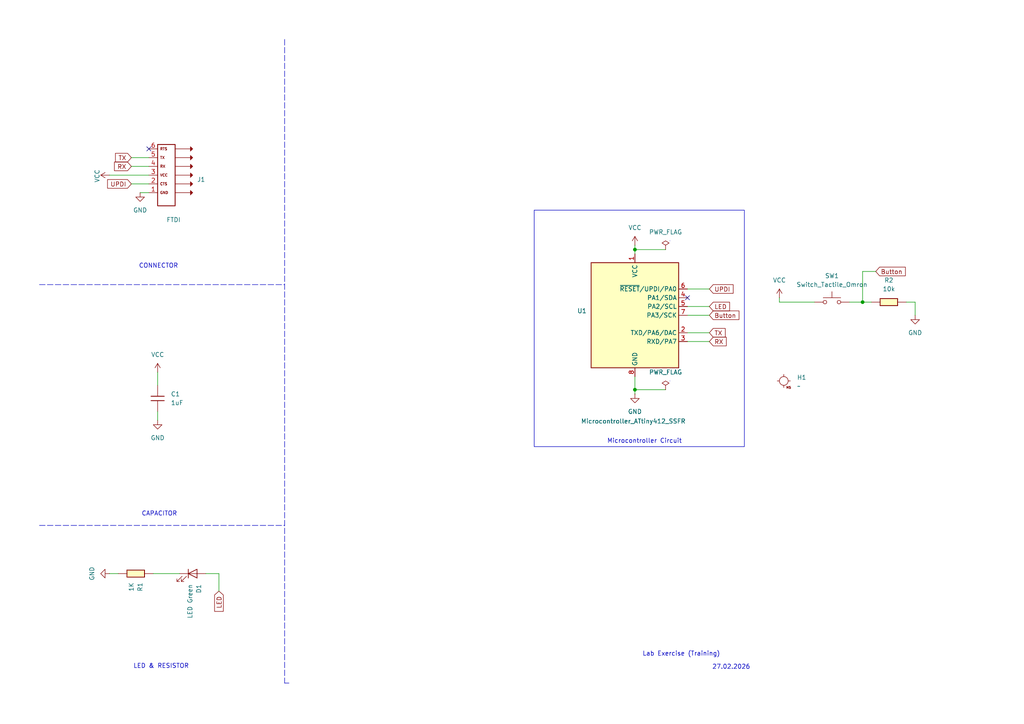
<source format=kicad_sch>
(kicad_sch (version 20250114) (generator "eeschema") (generator_version "9.0")
  (paper "A4")
  (lib_symbols
    (symbol "PCM_fab:C_1206" (pin_numbers (hide yes))
      (property "Reference" "C" (at 0.635 2.54 0))
      (property "Value" "C_1206" (at 0.635 -2.54 0))
      (symbol "C_1206_1_1"
        (polyline (pts (xy -1.905 0.635) (xy 1.905 0.635)) (stroke (width 0.25)))
        (polyline (pts (xy -1.905 -0.635) (xy 1.905 -0.635)) (stroke (width 0.25)))
        (pin passive line (at 0 3.81 270) (length 3.175) (name "~") (number "1"))
        (pin passive line (at 0 -3.81 90) (length 3.175) (name "~") (number "2"))
      )
    )
    (symbol "PCM_fab:Conn_PinHeader_FTDI_1x06_P2.54mm_Horizontal_SMD"
      (property "Reference" "J" (at 0 10.16 0))
      (property "Value" "Conn_PinHeader_FTDI_1x06_P2.54mm_Horizontal_SMD" (at 0 -10.16 0))
      (symbol "Conn_PinHeader_FTDI_1x06_P2.54mm_Horizontal_SMD_0_0"
        (polyline (pts (xy 2.54 5.08) (xy 7.62 5.08)))
        (polyline (pts (xy 2.54 2.54) (xy 7.62 2.54)))
        (polyline (pts (xy 2.54 0) (xy 7.62 0)))
        (polyline (pts (xy 2.54 -2.54) (xy 7.62 -2.54)))
        (polyline (pts (xy 2.54 -5.08) (xy 7.62 -5.08)))
        (polyline (pts (xy 2.54 -7.62) (xy 7.62 -7.62)))
        (polyline (pts (xy 6.985 5.715) (xy 7.62 5.08) (xy 6.985 4.445) (xy 6.985 5.715)) (fill (type outline)))
        (polyline (pts (xy 6.985 3.175) (xy 7.62 2.54) (xy 6.985 1.905) (xy 6.985 3.175)) (fill (type outline)))
        (polyline (pts (xy 6.985 0.635) (xy 7.62 0) (xy 6.985 -0.635) (xy 6.985 0.635)) (fill (type outline)))
        (polyline (pts (xy 6.985 -1.905) (xy 7.62 -2.54) (xy 6.985 -3.175) (xy 6.985 -1.905)) (fill (type outline)))
        (polyline (pts (xy 6.985 -4.445) (xy 7.62 -5.08) (xy 6.985 -5.715) (xy 6.985 -4.445)) (fill (type outline)))
        (polyline (pts (xy 6.985 -6.985) (xy 7.62 -7.62) (xy 6.985 -8.255) (xy 6.985 -6.985)) (fill (type outline)))
        (text "GND" (at -1.905 5.08 0) (effects (font (size 0.75 0.75)) (justify left)))
        (text "CTS" (at -1.905 2.54 0) (effects (font (size 0.75 0.75)) (justify left)))
        (text "VCC" (at -1.905 0 0) (effects (font (size 0.75 0.75)) (justify left)))
        (text "RX" (at -1.905 -2.54 0) (effects (font (size 0.75 0.75)) (justify left)))
        (text "TX" (at -1.905 -5.08 0) (effects (font (size 0.75 0.75)) (justify left)))
        (text "RTS" (at -1.905 -7.62 0) (effects (font (size 0.75 0.75)) (justify left)))
      )
      (symbol "Conn_PinHeader_FTDI_1x06_P2.54mm_Horizontal_SMD_1_0"
        (rectangle (start -2.54 8.89) (end 2.54 -8.89) (stroke (width 0.254)))
      )
      (symbol "Conn_PinHeader_FTDI_1x06_P2.54mm_Horizontal_SMD_1_1"
        (pin passive line (at -5.08 5.08 0) (length 2.54) (name "") (number "1"))
        (pin passive line (at -5.08 2.54 0) (length 2.54) (name "") (number "2"))
        (pin passive line (at -5.08 0 0) (length 2.54) (name "") (number "3"))
        (pin passive line (at -5.08 -2.54 0) (length 2.54) (name "") (number "4"))
        (pin passive line (at -5.08 -5.08 0) (length 2.54) (name "") (number "5"))
        (pin passive line (at -5.08 -7.62 0) (length 2.54) (name "") (number "6"))
      )
    )
    (symbol "PCM_fab:LED_1206" (pin_numbers (hide yes)) (pin_names (offset 1.016) (hide yes))
      (property "Reference" "D" (at 0 2.54 0))
      (property "Value" "LED_1206" (at 0 -2.54 0))
      (symbol "LED_1206_0_1"
        (polyline (pts (xy -3.048 -0.762) (xy -4.572 -2.286) (xy -3.81 -2.286) (xy -4.572 -2.286) (xy -4.572 -1.524)))
        (polyline (pts (xy -1.778 -0.762) (xy -3.302 -2.286) (xy -2.54 -2.286) (xy -3.302 -2.286) (xy -3.302 -1.524)))
        (polyline (pts (xy -1.27 0) (xy 1.27 0)))
        (polyline (pts (xy -1.27 -1.27) (xy -1.27 1.27)) (stroke (width 0.2032)))
        (polyline (pts (xy 1.27 -1.27) (xy 1.27 1.27) (xy -1.27 0) (xy 1.27 -1.27)) (stroke (width 0.2032)))
      )
      (symbol "LED_1206_1_1"
        (pin passive line (at -3.81 0 0) (length 2.54) (name "K") (number "1"))
        (pin passive line (at 3.81 0 180) (length 2.54) (name "A") (number "2"))
      )
    )
    (symbol "PCM_fab:Microcontroller_ATtiny412_SSFR"
      (property "Reference" "U" (at -12.7 17.78 0))
      (property "Value" "Microcontroller_ATtiny412_SSFR" (at 2.54 17.78 0))
      (symbol "Microcontroller_ATtiny412_SSFR_0_1"
        (rectangle (start -12.7 -15.24) (end 12.7 15.24) (stroke (width 0.254)) (fill (type background)))
      )
      (symbol "Microcontroller_ATtiny412_SSFR_1_1"
        (pin power_in line (at 0 17.78 270) (length 2.54) (name "VCC") (number "1"))
        (pin power_in line (at 0 -17.78 90) (length 2.54) (name "GND") (number "8"))
        (pin bidirectional line (at 15.24 7.62 180) (length 2.54) (name "~{RESET}/UPDI/PA0") (number "6"))
        (pin bidirectional line (at 15.24 5.08 180) (length 2.54) (name "PA1/SDA") (number "4"))
        (pin bidirectional line (at 15.24 2.54 180) (length 2.54) (name "PA2/SCL") (number "5"))
        (pin bidirectional line (at 15.24 0 180) (length 2.54) (name "PA3/SCK") (number "7"))
        (pin bidirectional line (at 15.24 -5.08 180) (length 2.54) (name "TXD/PA6/DAC") (number "2"))
        (pin bidirectional line (at 15.24 -7.62 180) (length 2.54) (name "RXD/PA7") (number "3"))
      )
    )
    (symbol "PCM_fab:MountingHole_M5" (pin_numbers (hide yes)) (pin_names (offset 0))
      (property "Reference" "H" (at 0 0 0))
      (symbol "MountingHole_M5_0_1"
        (polyline (pts (xy -1.27 0) (xy -1.905 0)))
        (polyline (pts (xy 0 1.27) (xy 0 1.905)))
        (circle (center 0 0) (radius 1.27))
        (polyline (pts (xy 0 -1.27) (xy 0 -1.905)))
        (polyline (pts (xy 1.27 0) (xy 1.905 0)))
      )
      (symbol "MountingHole_M5_1_1"
        (text "M5" (at 0.635 -1.905 0) (effects (font (size 0.635 0.635)) (justify left)))
      )
    )
    (symbol "PCM_fab:PWR_FLAG" (power) (pin_numbers (hide yes)) (pin_names (offset 0) (hide yes))
      (property "Value" "PWR_FLAG" (at 0 3.81 0))
      (symbol "PWR_FLAG_0_1"
        (polyline (pts (xy 0 0) (xy 0 1.27) (xy -1.016 1.905) (xy 0 2.54) (xy 1.016 1.905) (xy 0 1.27)))
      )
      (symbol "PWR_FLAG_1_0"
        (pin power_out line (at 0 0 90) (length 0) (name "PWR_FLAG") (number "1"))
      )
    )
    (symbol "PCM_fab:R_1206" (pin_numbers (hide yes)) (pin_names (offset 0))
      (property "Reference" "R" (at 2.54 0 90))
      (property "Value" "R_1206" (at -2.54 0 90))
      (symbol "R_1206_0_1"
        (rectangle (start -1.016 -2.54) (end 1.016 2.54) (stroke (width 0.254)) (fill (type background)))
      )
      (symbol "R_1206_1_1"
        (pin passive line (at 0 5.08 270) (length 2.54) (name "~") (number "1"))
        (pin passive line (at 0 -5.08 90) (length 2.54) (name "~") (number "2"))
      )
    )
    (symbol "PCM_fab:Switch_Tactile_Omron" (pin_numbers (hide yes)) (pin_names (offset 1.016) (hide yes))
      (property "Reference" "SW" (at 1.27 2.54 0))
      (property "Value" "Switch_Tactile_Omron" (at 0 -1.524 0))
      (symbol "Switch_Tactile_Omron_0_1"
        (circle (center -2.032 0) (radius 0.508))
        (polyline (pts (xy 0 1.27) (xy 0 3.048)))
        (circle (center 2.032 0) (radius 0.508))
        (polyline (pts (xy 2.54 1.27) (xy -2.54 1.27)))
        (pin passive line (at -5.08 0 0) (length 2.54) (name "1") (number "1"))
        (pin passive line (at 5.08 0 180) (length 2.54) (name "2") (number "2"))
      )
    )
    (symbol "power:GND" (power) (pin_numbers (hide yes)) (pin_names (offset 0) (hide yes))
      (property "Value" "GND" (at 0 -3.81 0))
      (symbol "GND_0_1"
        (polyline (pts (xy 0 0) (xy 0 -1.27) (xy 1.27 -1.27) (xy 0 -2.54) (xy -1.27 -1.27) (xy 0 -1.27)))
      )
      (symbol "GND_1_1"
        (pin power_in line (at 0 0 270) (length 0) (name "~") (number "1"))
      )
    )
    (symbol "power:VCC" (power) (pin_numbers (hide yes)) (pin_names (offset 0) (hide yes))
      (property "Value" "VCC" (at 0 3.556 0))
      (symbol "VCC_0_1"
        (polyline (pts (xy -0.762 1.27) (xy 0 2.54)))
        (polyline (pts (xy 0 2.54) (xy 0.762 1.27)))
        (polyline (pts (xy 0 0) (xy 0 2.54)))
      )
      (symbol "VCC_1_1"
        (pin power_in line (at 0 0 90) (length 0) (name "~") (number "1"))
      )
    )
  )
  (rectangle (start 194.31 110.49) (end 194.31 110.49))
  (rectangle (start 194.31 69.85) (end 194.31 69.85))
  (rectangle (start 154.94 60.96) (end 215.9 129.54))
  (text "CAPACITOR\n" (at 46.228 149.098 0) (effects (font (size 1.27 1.27))))
  (text "Microcontroller Circuit\n" (at 186.944 128.016 0) (effects (font (size 1.27 1.27))))
  (text "CONNECTOR" (at 45.974 77.216 0) (effects (font (size 1.27 1.27))))
  (text "LED & RESISTOR" (at 46.736 193.294 0) (effects (font (size 1.27 1.27))))
  (text "Lab Exercise (Training)" (at 197.612 189.738 0) (effects (font (size 1.27 1.27))))
  (text "27.02.2026" (at 212.09 193.548 0) (effects (font (size 1.27 1.27))))
  (junction (at 184.15 113.03))
  (junction (at 250.19 87.63))
  (junction (at 184.15 72.39))
  (no_connect (at 43.18 43.18))
  (no_connect (at 199.39 86.36))
  (wire (pts (xy 226.06 87.63) (xy 236.22 87.63)))
  (wire (pts (xy 265.43 87.63) (xy 265.43 91.44)))
  (wire (pts (xy 199.39 99.06) (xy 205.74 99.06)))
  (wire (pts (xy 38.1 53.34) (xy 43.18 53.34)))
  (wire (pts (xy 199.39 83.82) (xy 205.74 83.82)))
  (wire (pts (xy 184.15 113.03) (xy 193.04 113.03)))
  (wire (pts (xy 63.5 171.45) (xy 63.5 166.37)))
  (wire (pts (xy 31.75 166.37) (xy 34.29 166.37)))
  (wire (pts (xy 250.19 87.63) (xy 252.73 87.63)))
  (wire (pts (xy 184.15 114.3) (xy 184.15 113.03)))
  (wire (pts (xy 254 78.74) (xy 250.19 78.74)))
  (wire (pts (xy 38.1 45.72) (xy 43.18 45.72)))
  (wire (pts (xy 199.39 91.44) (xy 205.74 91.44)))
  (wire (pts (xy 199.39 88.9) (xy 205.74 88.9)))
  (wire (pts (xy 250.19 78.74) (xy 250.19 87.63)))
  (wire (pts (xy 45.72 121.92) (xy 45.72 119.38)))
  (wire (pts (xy 262.89 87.63) (xy 265.43 87.63)))
  (wire (pts (xy 246.38 87.63) (xy 250.19 87.63)))
  (wire (pts (xy 40.64 55.88) (xy 43.18 55.88)))
  (polyline (pts (xy 11.43 82.55) (xy 82.55 82.55)) (stroke (width 0) (type dash)))
  (polyline (pts (xy 82.55 198.12) (xy 83.82 198.12)))
  (wire (pts (xy 184.15 71.12) (xy 184.15 72.39)))
  (wire (pts (xy 45.72 107.95) (xy 45.72 111.76)))
  (wire (pts (xy 31.75 50.8) (xy 43.18 50.8)))
  (polyline (pts (xy 82.55 11.43) (xy 82.55 198.12)) (stroke (width 0) (type dash)))
  (wire (pts (xy 184.15 113.03) (xy 184.15 109.22)))
  (wire (pts (xy 38.1 48.26) (xy 43.18 48.26)))
  (wire (pts (xy 184.15 72.39) (xy 193.04 72.39)))
  (wire (pts (xy 52.07 166.37) (xy 44.45 166.37)))
  (wire (pts (xy 184.15 72.39) (xy 184.15 73.66)))
  (wire (pts (xy 63.5 166.37) (xy 59.69 166.37)))
  (polyline (pts (xy 11.43 152.4) (xy 82.55 152.4)) (stroke (width 0) (type dash)))
  (wire (pts (xy 226.06 86.36) (xy 226.06 87.63)))
  (wire (pts (xy 199.39 96.52) (xy 205.74 96.52)))
  (global_label "TX" (shape input) (at 38.1 45.72 180) (property "Intersheetrefs" "${INTERSHEET_REFS}" (effects (hide yes))))
  (global_label "Button" (shape input) (at 254 78.74 0) (property "Intersheetrefs" "${INTERSHEET_REFS}" (effects (hide yes))))
  (global_label "LED" (shape input) (at 205.74 88.9 0) (property "Intersheetrefs" "${INTERSHEET_REFS}" (effects (hide yes))))
  (global_label "RX" (shape input) (at 38.1 48.26 180) (property "Intersheetrefs" "${INTERSHEET_REFS}" (effects (hide yes))))
  (global_label "LED" (shape input) (at 63.5 171.45 270) (property "Intersheetrefs" "${INTERSHEET_REFS}" (effects (hide yes))))
  (global_label "UPDI" (shape input) (at 205.74 83.82 0) (property "Intersheetrefs" "${INTERSHEET_REFS}" (effects (hide yes))))
  (global_label "UPDI" (shape input) (at 38.1 53.34 180) (property "Intersheetrefs" "${INTERSHEET_REFS}" (effects (hide yes))))
  (global_label "RX" (shape input) (at 205.74 99.06 0) (property "Intersheetrefs" "${INTERSHEET_REFS}" (effects (hide yes))))
  (global_label "TX" (shape input) (at 205.74 96.52 0) (property "Intersheetrefs" "${INTERSHEET_REFS}" (effects (hide yes))))
  (global_label "Button" (shape input) (at 205.74 91.44 0) (property "Intersheetrefs" "${INTERSHEET_REFS}" (effects (hide yes))))
  (symbol (lib_id "PCM_fab:R_1206") (at 39.37 166.37 270) (unit 1)
    (property "Reference" "R1" (at 40.6401 168.91 0) (effects (justify left)))
    (property "Value" "1K" (at 38.1001 168.91 0) (effects (justify left)))
    (property "Footprint" "PCM_fab:R_1206" (effects (hide yes)))
    (property "Description" "Resistor" (effects (hide yes)))
  )
  (symbol (lib_id "power:GND") (at 31.75 166.37 270) (unit 1)
    (property "Reference" "#PWR03" (effects (hide yes)))
    (property "Value" "GND" (at 26.67 166.37 0))
    (property "Description" "Power symbol creates a global label with name \"GND\" , ground" (effects (hide yes)))
  )
  (symbol (lib_id "power:GND") (at 184.15 114.3 0) (unit 1)
    (property "Reference" "#PWR01" (effects (hide yes)))
    (property "Value" "GND" (at 184.15 119.38 0))
    (property "Description" "Power symbol creates a global label with name \"GND\" , ground" (effects (hide yes)))
  )
  (symbol (lib_id "power:VCC") (at 45.72 107.95 0) (unit 1)
    (property "Reference" "#PWR06" (effects (hide yes)))
    (property "Value" "VCC" (at 45.72 102.87 0))
    (property "Description" "Power symbol creates a global label with name \"VCC\"" (effects (hide yes)))
  )
  (symbol (lib_id "power:GND") (at 40.64 55.88 0) (unit 1)
    (property "Reference" "#PWR04" (effects (hide yes)))
    (property "Value" "GND" (at 40.64 60.96 0))
    (property "Description" "Power symbol creates a global label with name \"GND\" , ground" (effects (hide yes)))
  )
  (symbol (lib_id "PCM_fab:PWR_FLAG") (at 193.04 113.03 0) (unit 1)
    (property "Reference" "#FLG02" (effects (hide yes)))
    (property "Value" "PWR_FLAG" (at 193.04 107.95 0))
    (property "Description" "Special symbol for telling ERC where power comes from" (effects (hide yes)))
  )
  (symbol (lib_id "PCM_fab:Switch_Tactile_Omron") (at 241.3 87.63 0) (unit 1)
    (property "Reference" "SW1" (at 241.3 80.01 0))
    (property "Value" "Switch_Tactile_Omron" (at 241.3 82.55 0))
    (property "Footprint" "PCM_fab:Button_Omron_B3SN_6.0x6.0mm" (effects (hide yes)))
    (property "Datasheet" "https://omronfs.omron.com/en_US/ecb/products/pdf/en-b3sn.pdf" (effects (hide yes)))
    (property "Description" "Push button switch, Omron, B3SN, Sealed Tactile Switch (SMT), SPST-NO Top Actuated Surface Mount" (effects (hide yes)))
  )
  (symbol (lib_id "PCM_fab:C_1206") (at 45.72 115.57 0) (unit 1)
    (property "Reference" "C1" (at 49.53 114.2999 0) (effects (justify left)))
    (property "Value" "1uF" (at 49.53 116.8399 0) (effects (justify left)))
    (property "Footprint" "PCM_fab:C_1206" (effects (hide yes)))
    (property "Datasheet" "https://www.yageo.com/upload/media/product/productsearch/datasheet/mlcc/UPY-GP_NP0_16V-to-50V_18.pdf" (effects (hide yes)))
    (property "Description" "Unpolarized capacitor, SMD, 1206" (effects (hide yes)))
  )
  (symbol (lib_id "PCM_fab:Conn_PinHeader_FTDI_1x06_P2.54mm_Horizontal_SMD") (at 48.26 50.8 0) (mirror x) (unit 1)
    (property "Reference" "J1" (at 57.15 52.0701 0) (effects (justify left)))
    (property "Value" "FTDI" (at 48.26 63.754 0) (effects (justify left)))
    (property "Footprint" "PCM_fab:PinHeader_01x06_P2.54mm_Horizontal_SMD" (effects (hide yes)))
    (property "Description" "FTDI header connector, usually used on the target board side" (effects (hide yes)))
  )
  (symbol (lib_id "power:VCC") (at 184.15 71.12 0) (unit 1)
    (property "Reference" "#PWR05" (effects (hide yes)))
    (property "Value" "VCC" (at 184.15 66.04 0))
    (property "Description" "Power symbol creates a global label with name \"VCC\"" (effects (hide yes)))
  )
  (symbol (lib_id "PCM_fab:LED_1206") (at 55.88 166.37 0) (unit 1)
    (property "Reference" "D1" (at 57.658 169.418 90) (effects (justify right)))
    (property "Value" "LED Green" (at 55.118 169.418 90) (effects (justify right)))
    (property "Footprint" "PCM_fab:LED_1206" (effects (hide yes)))
    (property "Datasheet" "https://optoelectronics.liteon.com/upload/download/DS-22-98-0002/LTST-C150CKT.pdf" (effects (hide yes)))
    (property "Description" "Light emitting diode, Lite-On Inc. LTST, SMD" (effects (hide yes)))
  )
  (symbol (lib_id "power:VCC") (at 226.06 86.36 0) (unit 1)
    (property "Reference" "#PWR08" (effects (hide yes)))
    (property "Value" "VCC" (at 226.06 81.28 0))
    (property "Description" "Power symbol creates a global label with name \"VCC\"" (effects (hide yes)))
  )
  (symbol (lib_id "power:VCC") (at 31.75 50.8 90) (unit 1)
    (property "Reference" "#PWR07" (effects (hide yes)))
    (property "Value" "VCC" (at 28.194 51.054 0))
    (property "Description" "Power symbol creates a global label with name \"VCC\"" (effects (hide yes)))
  )
  (symbol (lib_id "PCM_fab:Microcontroller_ATtiny412_SSFR") (at 184.15 91.44 0) (unit 1)
    (property "Reference" "U1" (at 170.18 90.1699 0) (effects (justify right)))
    (property "Value" "Microcontroller_ATtiny412_SSFR" (at 198.882 122.174 0) (effects (justify right)))
    (property "Footprint" "PCM_fab:SOIC-8_3.9x4.9mm_P1.27mm" (effects (hide yes)))
    (property "Datasheet" "http://ww1.microchip.com/downloads/en/DeviceDoc/40001911A.pdf" (effects (hide yes)))
    (property "Description" "AVR tinyAVR™ 1 Microcontroller IC 8-Bit 20MHz 4KB (4K x 8) FLASH 8-SOIC" (effects (hide yes)))
  )
  (symbol (lib_id "power:GND") (at 265.43 91.44 0) (unit 1)
    (property "Reference" "#PWR09" (effects (hide yes)))
    (property "Value" "GND" (at 265.43 96.52 0))
    (property "Description" "Power symbol creates a global label with name \"GND\" , ground" (effects (hide yes)))
  )
  (symbol (lib_id "PCM_fab:PWR_FLAG") (at 193.04 72.39 0) (unit 1)
    (property "Reference" "#FLG01" (effects (hide yes)))
    (property "Value" "PWR_FLAG" (at 193.04 67.31 0))
    (property "Description" "Special symbol for telling ERC where power comes from" (effects (hide yes)))
  )
  (symbol (lib_id "PCM_fab:MountingHole_M5") (at 227.33 110.49 0) (unit 1)
    (property "Reference" "H1" (at 231.14 109.4753 0) (effects (justify left)))
    (property "Value" "~" (at 231.14 112.0153 0) (effects (justify left)))
    (property "Footprint" "PCM_fab:MountingHole_M5" (effects (hide yes)))
  )
  (symbol (lib_id "PCM_fab:R_1206") (at 257.81 87.63 270) (unit 1)
    (property "Reference" "R2" (at 257.81 81.28 90))
    (property "Value" "10k" (at 257.81 83.82 90))
    (property "Footprint" "PCM_fab:R_1206" (effects (hide yes)))
    (property "Description" "Resistor" (effects (hide yes)))
  )
  (symbol (lib_id "power:GND") (at 45.72 121.92 0) (unit 1)
    (property "Reference" "#PWR02" (effects (hide yes)))
    (property "Value" "GND" (at 45.72 127 0))
    (property "Description" "Power symbol creates a global label with name \"GND\" , ground" (effects (hide yes)))
  )
)
</source>
